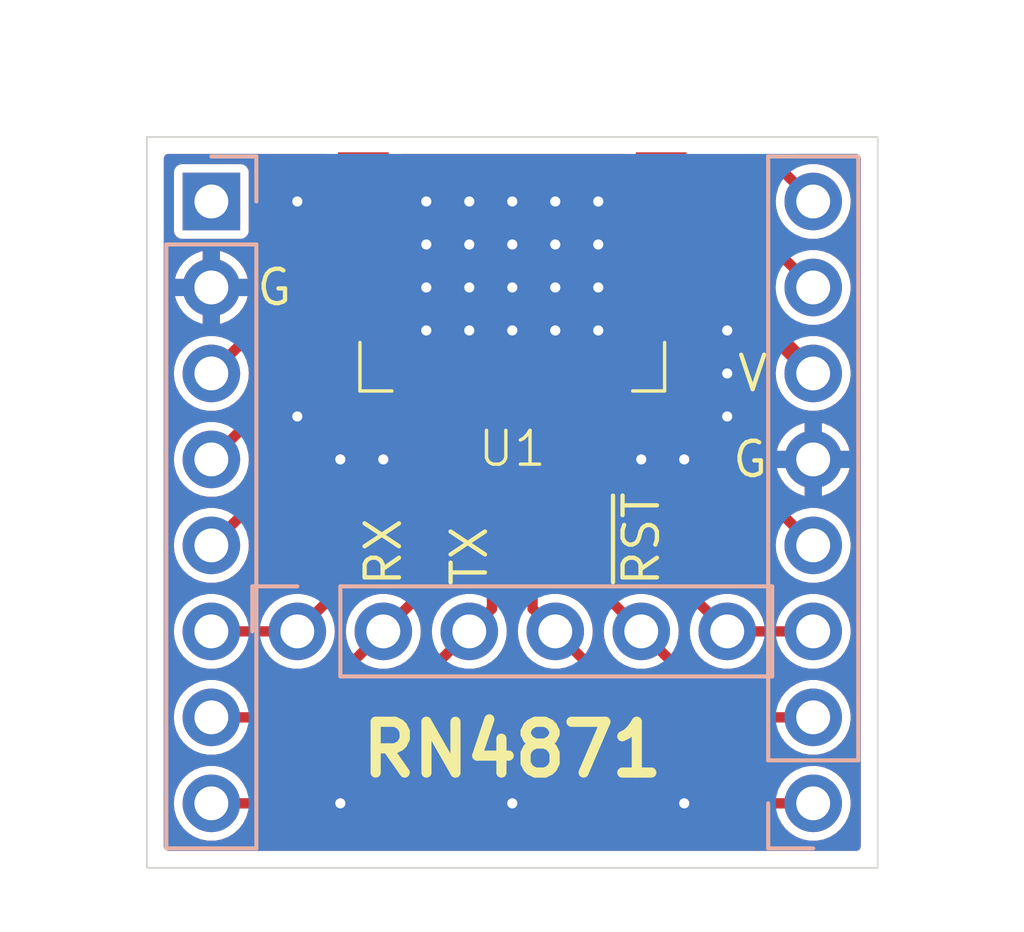
<source format=kicad_pcb>
(kicad_pcb (version 20240108) (generator "pcbnew") (generator_version "8.0")
  (layers (0 "F.Cu" signal) (31 "B.Cu" signal) (34 "B.Paste" user) (35 "F.Paste" user) (36 "B.SilkS" user "B.Silkscreen") (37 "F.SilkS" user "F.Silkscreen") (38 "B.Mask" user) (39 "F.Mask" user) (44 "Edge.Cuts" user))
  (net 0 "")
  (net 1 "Net-(J1-Pin_7)")
  (net 2 "Net-(J1-Pin_8)")
  (net 4 "Net-(J1-Pin_6)")
  (net 5 "Net-(J1-Pin_3)")
  (net 6 "Net-(J1-Pin_5)")
  (net 7 "Net-(J1-Pin_4)")
  (net 8 "Net-(J2-Pin_3)")
  (net 9 "Net-(J2-Pin_1)")
  (net 10 "Net-(J2-Pin_8)")
  (net 11 "Net-(J2-Pin_4)")
  (net 12 "Net-(J2-Pin_2)")
  (net 13 "Net-(J2-Pin_6)")
  (net 14 "Net-(J2-Pin_7)")
  (net 16 "/GND")
  (footprint "RN4871_interposer:RN4871" (layer "F.Cu") (at 144.78 83.6676)
    (property "Reference" "U1" (at 0 7.4549 0) (layer "F.SilkS") (effects (font (thickness 0.1))))
    (property "Value" "~")
    (fp_line (start -4.5 4.318) (end -4.5 5.75) (stroke (width 0.1)) (layer "F.SilkS"))
    (fp_line (start -3.556 5.75) (end -4.5 5.75) (stroke (width 0.1)) (layer "F.SilkS"))
    (fp_line (start 4.5 4.318) (end 4.5 5.75) (stroke (width 0.1)) (layer "F.SilkS"))
    (fp_line (start 4.5 5.75) (end 3.556 5.75) (stroke (width 0.1)) (layer "F.SilkS"))
    (pad "1" smd rect (at -4.4 -0.95) (size 1.5 0.7) (layers "F.Cu" "F.Paste" "F.Mask"))
    (pad "2" smd rect (at -4.4 0.25) (size 1.5 0.7) (layers "F.Cu" "F.Paste" "F.Mask") (net 16 "/GND"))
    (pad "3" smd rect (at -4.4 1.45) (size 1.5 0.7) (layers "F.Cu" "F.Paste" "F.Mask") (net 5 "Net-(J1-Pin_3)"))
    (pad "4" smd rect (at -4.4 2.65) (size 1.5 0.7) (layers "F.Cu" "F.Paste" "F.Mask") (net 7 "Net-(J1-Pin_4)"))
    (pad "5" smd rect (at -4.4 3.85) (size 1.5 0.7) (layers "F.Cu" "F.Paste" "F.Mask") (net 6 "Net-(J1-Pin_5)"))
    (pad "6" smd rect (at -3 5.65 90) (size 1.5 0.7) (layers "F.Cu" "F.Paste" "F.Mask") (net 4 "Net-(J1-Pin_6)"))
    (pad "7" smd rect (at -1.8 5.65 90) (size 1.5 0.7) (layers "F.Cu" "F.Paste" "F.Mask") (net 1 "Net-(J1-Pin_7)"))
    (pad "8" smd rect (at -0.6 5.65 90) (size 1.5 0.7) (layers "F.Cu" "F.Paste" "F.Mask") (net 2 "Net-(J1-Pin_8)"))
    (pad "9" smd rect (at 0.6 5.65 90) (size 1.5 0.7) (layers "F.Cu" "F.Paste" "F.Mask") (net 9 "Net-(J2-Pin_1)"))
    (pad "10" smd rect (at 1.8 5.65 90) (size 1.5 0.7) (layers "F.Cu" "F.Paste" "F.Mask") (net 12 "Net-(J2-Pin_2)"))
    (pad "11" smd rect (at 3 5.65 90) (size 1.5 0.7) (layers "F.Cu" "F.Paste" "F.Mask") (net 8 "Net-(J2-Pin_3)"))
    (pad "12" smd rect (at 4.4 3.85) (size 1.5 0.7) (layers "F.Cu" "F.Paste" "F.Mask") (net 11 "Net-(J2-Pin_4)"))
    (pad "13" smd rect (at 4.4 2.65) (size 1.5 0.7) (layers "F.Cu" "F.Paste" "F.Mask") (net 16 "/GND"))
    (pad "14" smd rect (at 4.4 1.45) (size 1.5 0.7) (layers "F.Cu" "F.Paste" "F.Mask") (net 13 "Net-(J2-Pin_6)"))
    (pad "15" smd rect (at 4.4 0.25) (size 1.5 0.7) (layers "F.Cu" "F.Paste" "F.Mask") (net 14 "Net-(J2-Pin_7)"))
    (pad "16" smd rect (at 4.4 -0.95) (size 1.5 0.7) (layers "F.Cu" "F.Paste" "F.Mask") (net 10 "Net-(J2-Pin_8)"))
  )
  (footprint "Connector_PinHeader_2.54mm:PinHeader_1x06_P2.54mm_Vertical" (layer "B.Cu") (at 138.43 96.52 -90)
    (property "Reference" "J3" (hide yes))
    (property "Value" "Conn_01x06_Pin")
    (fp_line (start -1.33 1.33) (end -1.33 0) (stroke (width 0.12)) (layer "B.SilkS"))
    (fp_line (start 0 1.33) (end -1.33 1.33) (stroke (width 0.12)) (layer "B.SilkS"))
    (fp_line (start 1.33 -1.27) (end -1.33 -1.27) (stroke (width 0.12)) (layer "B.SilkS"))
    (fp_line (start -1.33 -14.03) (end -1.33 -1.27) (stroke (width 0.12)) (layer "B.SilkS"))
    (fp_line (start 1.33 -14.03) (end 1.33 -1.27) (stroke (width 0.12)) (layer "B.SilkS"))
    (fp_line (start 1.33 -14.03) (end -1.33 -14.03) (stroke (width 0.12)) (layer "B.SilkS"))
    (pad "1" thru_hole circle (at 0 0 270) (size 1.7 1.7) (drill 1) (layers "*.Cu" "*.Mask") (net 4 "Net-(J1-Pin_6)"))
    (pad "2" thru_hole oval (at 0 -2.54 270) (size 1.7 1.7) (drill 1) (layers "*.Cu" "*.Mask") (net 1 "Net-(J1-Pin_7)"))
    (pad "3" thru_hole oval (at 0 -5.08 270) (size 1.7 1.7) (drill 1) (layers "*.Cu" "*.Mask") (net 2 "Net-(J1-Pin_8)"))
    (pad "4" thru_hole oval (at 0 -7.62 270) (size 1.7 1.7) (drill 1) (layers "*.Cu" "*.Mask") (net 9 "Net-(J2-Pin_1)"))
    (pad "5" thru_hole oval (at 0 -10.16 270) (size 1.7 1.7) (drill 1) (layers "*.Cu" "*.Mask") (net 12 "Net-(J2-Pin_2)"))
    (pad "6" thru_hole oval (at 0 -12.7 270) (size 1.7 1.7) (drill 1) (layers "*.Cu" "*.Mask") (net 8 "Net-(J2-Pin_3)"))
  )
  (footprint "Connector_PinHeader_2.54mm:PinHeader_1x08_P2.54mm_Vertical" (layer "B.Cu") (at 153.67 101.6)
    (property "Reference" "J2" (hide yes))
    (property "Value" "Conn_01x08_Pin")
    (fp_line (start -1.33 -19.11) (end -1.33 -1.27) (stroke (width 0.12)) (layer "B.SilkS"))
    (fp_line (start -1.33 1.33) (end -1.33 0) (stroke (width 0.12)) (layer "B.SilkS"))
    (fp_line (start 0 1.33) (end -1.33 1.33) (stroke (width 0.12)) (layer "B.SilkS"))
    (fp_line (start 1.33 -19.11) (end -1.33 -19.11) (stroke (width 0.12)) (layer "B.SilkS"))
    (fp_line (start 1.33 -19.11) (end 1.33 -1.27) (stroke (width 0.12)) (layer "B.SilkS"))
    (fp_line (start 1.33 -1.27) (end -1.33 -1.27) (stroke (width 0.12)) (layer "B.SilkS"))
    (pad "1" thru_hole circle (at 0 0) (size 1.7 1.7) (drill 1) (layers "*.Cu" "*.Mask") (net 9 "Net-(J2-Pin_1)"))
    (pad "2" thru_hole oval (at 0 -2.54) (size 1.7 1.7) (drill 1) (layers "*.Cu" "*.Mask") (net 12 "Net-(J2-Pin_2)"))
    (pad "3" thru_hole oval (at 0 -5.08) (size 1.7 1.7) (drill 1) (layers "*.Cu" "*.Mask") (net 8 "Net-(J2-Pin_3)"))
    (pad "4" thru_hole oval (at 0 -7.62) (size 1.7 1.7) (drill 1) (layers "*.Cu" "*.Mask") (net 11 "Net-(J2-Pin_4)"))
    (pad "5" thru_hole oval (at 0 -10.16) (size 1.7 1.7) (drill 1) (layers "*.Cu" "*.Mask") (net 16 "/GND"))
    (pad "6" thru_hole oval (at 0 -12.7) (size 1.7 1.7) (drill 1) (layers "*.Cu" "*.Mask") (net 13 "Net-(J2-Pin_6)"))
    (pad "7" thru_hole oval (at 0 -15.24) (size 1.7 1.7) (drill 1) (layers "*.Cu" "*.Mask") (net 14 "Net-(J2-Pin_7)"))
    (pad "8" thru_hole oval (at 0 -17.78) (size 1.7 1.7) (drill 1) (layers "*.Cu" "*.Mask") (net 10 "Net-(J2-Pin_8)"))
  )
  (footprint "Connector_PinHeader_2.54mm:PinHeader_1x08_P2.54mm_Vertical" (layer "B.Cu") (at 135.89 83.82 180)
    (property "Reference" "J1" (hide yes))
    (property "Value" "Conn_01x08_Pin")
    (fp_line (start 1.33 -1.27) (end -1.33 -1.27) (stroke (width 0.12)) (layer "B.SilkS"))
    (fp_line (start 1.33 -19.11) (end 1.33 -1.27) (stroke (width 0.12)) (layer "B.SilkS"))
    (fp_line (start 1.33 -19.11) (end -1.33 -19.11) (stroke (width 0.12)) (layer "B.SilkS"))
    (fp_line (start 0 1.33) (end -1.33 1.33) (stroke (width 0.12)) (layer "B.SilkS"))
    (fp_line (start -1.33 1.33) (end -1.33 0) (stroke (width 0.12)) (layer "B.SilkS"))
    (fp_line (start -1.33 -19.11) (end -1.33 -1.27) (stroke (width 0.12)) (layer "B.SilkS"))
    (pad "1" thru_hole rect (at 0 0 180) (size 1.7 1.7) (drill 1) (layers "*.Cu" "*.Mask"))
    (pad "2" thru_hole oval (at 0 -2.54 180) (size 1.7 1.7) (drill 1) (layers "*.Cu" "*.Mask") (net 16 "/GND"))
    (pad "3" thru_hole oval (at 0 -5.08 180) (size 1.7 1.7) (drill 1) (layers "*.Cu" "*.Mask") (net 5 "Net-(J1-Pin_3)"))
    (pad "4" thru_hole oval (at 0 -7.62 180) (size 1.7 1.7) (drill 1) (layers "*.Cu" "*.Mask") (net 7 "Net-(J1-Pin_4)"))
    (pad "5" thru_hole oval (at 0 -10.16 180) (size 1.7 1.7) (drill 1) (layers "*.Cu" "*.Mask") (net 6 "Net-(J1-Pin_5)"))
    (pad "6" thru_hole oval (at 0 -12.7 180) (size 1.7 1.7) (drill 1) (layers "*.Cu" "*.Mask") (net 4 "Net-(J1-Pin_6)"))
    (pad "7" thru_hole oval (at 0 -15.24 180) (size 1.7 1.7) (drill 1) (layers "*.Cu" "*.Mask") (net 1 "Net-(J1-Pin_7)"))
    (pad "8" thru_hole oval (at 0 -17.78 180) (size 1.7 1.7) (drill 1) (layers "*.Cu" "*.Mask") (net 2 "Net-(J1-Pin_8)"))
  )
  (gr_line (start 133.985 103.505) (end 133.985 81.915) (stroke (width 0.05)) (layer "Edge.Cuts"))
  (gr_line (start 133.985 81.915) (end 155.575 81.915) (stroke (width 0.05)) (layer "Edge.Cuts"))
  (gr_line (start 155.575 103.505) (end 133.985 103.505) (stroke (width 0.05)) (layer "Edge.Cuts"))
  (gr_line (start 155.575 81.915) (end 155.575 103.505) (stroke (width 0.05)) (layer "Edge.Cuts"))
  (gr_text "~{RST}" (at 148.59 95.25 90) (layer "F.SilkS") (effects (font (size 1.016 1.016) (thickness 0.127)) (justify left)))
  (gr_text "RX" (at 140.97 95.25 90) (layer "F.SilkS") (effects (font (size 1.016 1.016) (thickness 0.127)) (justify left)))
  (gr_text "V" (at 152.4 88.9 0) (layer "F.SilkS") (effects (font (size 1.016 1.016) (thickness 0.127)) (justify right)))
  (gr_text "G" (at 152.4 91.44 0) (layer "F.SilkS") (effects (font (size 1.016 1.016) (thickness 0.127)) (justify right)))
  (gr_text "G" (at 137.16 86.36 0) (layer "F.SilkS") (effects (font (size 1.016 1.016) (thickness 0.127)) (justify left)))
  (gr_text "TX" (at 143.51 95.25 90) (layer "F.SilkS") (effects (font (size 1.016 1.016) (thickness 0.127)) (justify left)))
  (gr_text "RN4871" (at 144.78 100.0125 0) (layer "F.SilkS") (effects (font (size 1.5 1.5) (thickness 0.3) (bold yes))))
  (segment (start 138.43 99.06) (end 140.97 96.52) (width 0.3048) (layer "F.Cu") (net 1))
  (segment (start 142.98 94.51) (end 140.97 96.52) (width 0.3048) (layer "F.Cu") (net 1))
  (segment (start 142.98 89.3176) (end 142.98 94.51) (width 0.3048) (layer "F.Cu") (net 1))
  (segment (start 135.89 99.06) (end 138.43 99.06) (width 0.3048) (layer "F.Cu") (net 1))
  (segment (start 144.18 89.3176) (end 144.18 95.85) (width 0.3048) (layer "F.Cu") (net 2))
  (segment (start 138.43 101.6) (end 143.51 96.52) (width 0.3048) (layer "F.Cu") (net 2))
  (segment (start 144.18 95.85) (end 143.51 96.52) (width 0.3048) (layer "F.Cu") (net 2))
  (segment (start 135.89 101.6) (end 138.43 101.6) (width 0.3048) (layer "F.Cu") (net 2))
  (segment (start 141.78 93.17) (end 138.43 96.52) (width 0.3048) (layer "F.Cu") (net 4))
  (segment (start 138.43 96.52) (end 135.89 96.52) (width 0.3048) (layer "F.Cu") (net 4))
  (segment (start 141.78 89.3176) (end 141.78 93.17) (width 0.3048) (layer "F.Cu") (net 4))
  (segment (start 137.795 86.995) (end 135.89 88.9) (width 0.3048) (layer "F.Cu") (net 5))
  (segment (start 140.38 85.1176) (end 138.4024 85.1176) (width 0.3048) (layer "F.Cu") (net 5))
  (segment (start 138.4024 85.1176) (end 137.795 85.725) (width 0.3048) (layer "F.Cu") (net 5))
  (segment (start 137.795 85.725) (end 137.795 86.995) (width 0.3048) (layer "F.Cu") (net 5))
  (segment (start 140.38 89.49) (end 135.89 93.98) (width 0.3048) (layer "F.Cu") (net 6))
  (segment (start 140.38 87.5176) (end 140.38 89.49) (width 0.3048) (layer "F.Cu") (net 6))
  (segment (start 138.43 86.995) (end 138.43 88.9) (width 0.3048) (layer "F.Cu") (net 7))
  (segment (start 139.1074 86.3176) (end 138.43 86.995) (width 0.3048) (layer "F.Cu") (net 7))
  (segment (start 140.38 86.3176) (end 139.1074 86.3176) (width 0.3048) (layer "F.Cu") (net 7))
  (segment (start 138.43 88.9) (end 135.89 91.44) (width 0.3048) (layer "F.Cu") (net 7))
  (segment (start 151.13 96.52) (end 153.67 96.52) (width 0.3048) (layer "F.Cu") (net 8))
  (segment (start 147.78 89.3176) (end 147.78 93.17) (width 0.3048) (layer "F.Cu") (net 8))
  (segment (start 147.78 93.17) (end 151.13 96.52) (width 0.3048) (layer "F.Cu") (net 8))
  (segment (start 145.38 95.85) (end 146.05 96.52) (width 0.3048) (layer "F.Cu") (net 9))
  (segment (start 145.38 89.3176) (end 145.38 95.85) (width 0.3048) (layer "F.Cu") (net 9))
  (segment (start 153.67 101.6) (end 151.13 101.6) (width 0.3048) (layer "F.Cu") (net 9))
  (segment (start 151.13 101.6) (end 146.05 96.52) (width 0.3048) (layer "F.Cu") (net 9))
  (segment (start 152.5676 82.7176) (end 153.67 83.82) (width 0.3048) (layer "F.Cu") (net 10))
  (segment (start 149.18 82.7176) (end 152.5676 82.7176) (width 0.3048) (layer "F.Cu") (net 10))
  (segment (start 149.18 89.49) (end 153.67 93.98) (width 0.3048) (layer "F.Cu") (net 11))
  (segment (start 149.18 87.5176) (end 149.18 89.49) (width 0.3048) (layer "F.Cu") (net 11))
  (segment (start 146.58 94.51) (end 148.59 96.52) (width 0.3048) (layer "F.Cu") (net 12))
  (segment (start 151.13 99.06) (end 148.59 96.52) (width 0.3048) (layer "F.Cu") (net 12))
  (segment (start 153.67 99.06) (end 151.13 99.06) (width 0.3048) (layer "F.Cu") (net 12))
  (segment (start 146.58 89.3176) (end 146.58 94.51) (width 0.3048) (layer "F.Cu") (net 12))
  (segment (start 151.765 85.725) (end 151.765 86.995) (width 0.508) (layer "F.Cu") (net 13))
  (segment (start 151.1576 85.1176) (end 151.765 85.725) (width 0.508) (layer "F.Cu") (net 13))
  (segment (start 149.18 85.1176) (end 151.1576 85.1176) (width 0.508) (layer "F.Cu") (net 13))
  (segment (start 151.765 86.995) (end 153.67 88.9) (width 0.508) (layer "F.Cu") (net 13))
  (segment (start 149.18 83.9176) (end 151.2276 83.9176) (width 0.3048) (layer "F.Cu") (net 14))
  (segment (start 151.2276 83.9176) (end 153.67 86.36) (width 0.3048) (layer "F.Cu") (net 14))
  (segment (start 140.38 83.9176) (end 138.5276 83.9176) (width 0.508) (layer "F.Cu") (net 16))
  (segment (start 149.18 86.3176) (end 150.4526 86.3176) (width 0.508) (layer "F.Cu") (net 16))
  (segment (start 149.18 86.3176) (end 147.3624 86.3176) (width 0.508) (layer "F.Cu") (net 16))
  (segment (start 138.5276 83.9176) (end 138.43 83.82) (width 0.508) (layer "F.Cu") (net 16))
  (segment (start 147.3624 86.3176) (end 147.32 86.36) (width 0.508) (layer "F.Cu") (net 16))
  (segment (start 140.38 83.9176) (end 142.1424 83.9176) (width 0.508) (layer "F.Cu") (net 16))
  (segment (start 150.8125 86.6775) (end 150.8125 87.3125) (width 0.508) (layer "F.Cu") (net 16))
  (segment (start 142.1424 83.9176) (end 142.24 83.82) (width 0.508) (layer "F.Cu") (net 16))
  (segment (start 150.4526 86.3176) (end 150.8125 86.6775) (width 0.508) (layer "F.Cu") (net 16))
  (segment (start 150.8125 87.3125) (end 151.13 87.63) (width 0.508) (layer "F.Cu") (net 16))
  (via (at 144.78 83.82) (size 0.6) (drill 0.3) (layers "F.Cu" "B.Cu") (net 16))
  (via (at 149.86 101.6) (size 0.6) (drill 0.3) (layers "F.Cu" "B.Cu") (net 16))
  (via (at 151.13 90.17) (size 0.6) (drill 0.3) (layers "F.Cu" "B.Cu") (net 16))
  (via (at 143.51 83.82) (size 0.6) (drill 0.3) (layers "F.Cu" "B.Cu") (net 16))
  (via (at 146.05 85.09) (size 0.6) (drill 0.3) (layers "F.Cu" "B.Cu") (net 16))
  (via (at 142.24 83.82) (size 0.6) (drill 0.3) (layers "F.Cu" "B.Cu") (net 16))
  (via (at 151.13 88.9) (size 0.6) (drill 0.3) (layers "F.Cu" "B.Cu") (net 16))
  (via (at 143.51 87.63) (size 0.6) (drill 0.3) (layers "F.Cu" "B.Cu") (net 16))
  (via (at 143.51 85.09) (size 0.6) (drill 0.3) (layers "F.Cu" "B.Cu") (net 16))
  (via (at 139.7 101.6) (size 0.6) (drill 0.3) (layers "F.Cu" "B.Cu") (net 16))
  (via (at 147.32 85.09) (size 0.6) (drill 0.3) (layers "F.Cu" "B.Cu") (net 16))
  (via (at 146.05 83.82) (size 0.6) (drill 0.3) (layers "F.Cu" "B.Cu") (net 16))
  (via (at 144.78 86.36) (size 0.6) (drill 0.3) (layers "F.Cu" "B.Cu") (net 16))
  (via (at 144.78 101.6) (size 0.6) (drill 0.3) (layers "F.Cu" "B.Cu") (net 16))
  (via (at 142.24 86.36) (size 0.6) (drill 0.3) (layers "F.Cu" "B.Cu") (net 16))
  (via (at 147.32 83.82) (size 0.6) (drill 0.3) (layers "F.Cu" "B.Cu") (net 16))
  (via (at 147.32 86.36) (size 0.6) (drill 0.3) (layers "F.Cu" "B.Cu") (net 16))
  (via (at 148.59 91.44) (size 0.6) (drill 0.3) (layers "F.Cu" "B.Cu") (net 16))
  (via (at 138.43 83.82) (size 0.6) (drill 0.3) (layers "F.Cu" "B.Cu") (net 16))
  (via (at 146.05 87.63) (size 0.6) (drill 0.3) (layers "F.Cu" "B.Cu") (net 16))
  (via (at 143.51 86.36) (size 0.6) (drill 0.3) (layers "F.Cu" "B.Cu") (net 16))
  (via (at 147.32 87.63) (size 0.6) (drill 0.3) (layers "F.Cu" "B.Cu") (net 16))
  (via (at 144.78 87.63) (size 0.6) (drill 0.3) (layers "F.Cu" "B.Cu") (net 16))
  (via (at 151.13 87.63) (size 0.6) (drill 0.3) (layers "F.Cu" "B.Cu") (net 16))
  (via (at 142.24 85.09) (size 0.6) (drill 0.3) (layers "F.Cu" "B.Cu") (net 16))
  (via (at 149.86 91.44) (size 0.6) (drill 0.3) (layers "F.Cu" "B.Cu") (net 16))
  (via (at 142.24 87.63) (size 0.6) (drill 0.3) (layers "F.Cu" "B.Cu") (net 16))
  (via (at 144.78 85.09) (size 0.6) (drill 0.3) (layers "F.Cu" "B.Cu") (net 16))
  (via (at 146.05 86.36) (size 0.6) (drill 0.3) (layers "F.Cu" "B.Cu") (net 16))
  (via (at 139.7 91.44) (size 0.6) (drill 0.3) (layers "F.Cu" "B.Cu") (net 16))
  (via (at 138.43 90.17) (size 0.6) (drill 0.3) (layers "F.Cu" "B.Cu") (net 16))
  (via (at 140.97 91.44) (size 0.6) (drill 0.3) (layers "F.Cu" "B.Cu") (net 16))
  (zone (net 16) (net_name "/GND") (layers "F&B.Cu") (priority 1) (connect_pads (clearance 0.254)) (min_thickness 0.254) (fill yes (thermal_gap 0.254) (thermal_bridge_width 0.508))
    (polygon (pts (xy 132.08 80.01) (xy 157.48 80.01) (xy 157.48 105.41) (xy 132.08 105.41)))
  )
)
</source>
